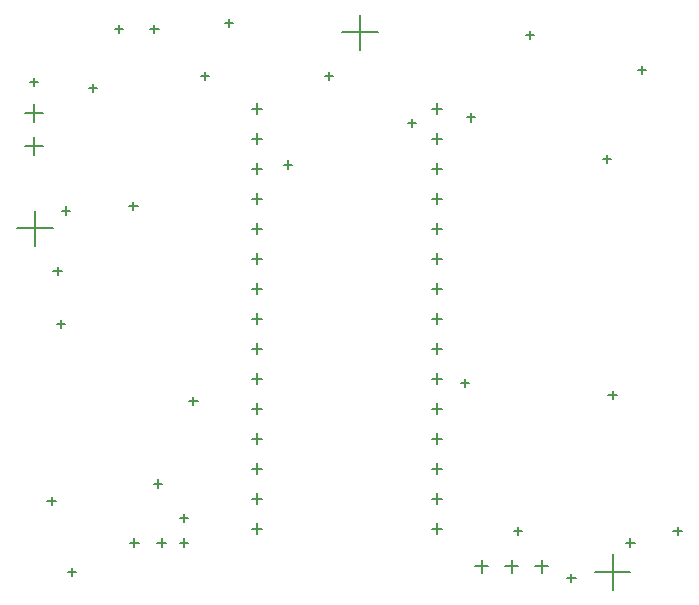
<source format=gbr>
G04*
G04 #@! TF.GenerationSoftware,Altium Limited,Altium Designer,24.6.1 (21)*
G04*
G04 Layer_Color=128*
%FSLAX25Y25*%
%MOIN*%
G70*
G04*
G04 #@! TF.SameCoordinates,FB6864B3-348A-4B3C-8FDE-2C751703143F*
G04*
G04*
G04 #@! TF.FilePolarity,Positive*
G04*
G01*
G75*
%ADD12C,0.00500*%
D12*
X56496Y21654D02*
X59252D01*
X57874Y20276D02*
Y23031D01*
X56496Y29921D02*
X59252D01*
X57874Y28543D02*
Y31299D01*
X4921Y153937D02*
X10827D01*
X7874Y150984D02*
Y156890D01*
X4921Y164961D02*
X10827D01*
X7874Y162008D02*
Y167913D01*
X2362Y126378D02*
X14173D01*
X8268Y120473D02*
Y132283D01*
X175000Y13780D02*
X179331D01*
X177165Y11614D02*
Y15945D01*
X165000Y13780D02*
X169331D01*
X167165Y11614D02*
Y15945D01*
X155000Y13780D02*
X159331D01*
X157165Y11614D02*
Y15945D01*
X80405Y166270D02*
X84004D01*
X82205Y164471D02*
Y168069D01*
X80405Y156270D02*
X84004D01*
X82205Y154471D02*
Y158069D01*
X80405Y146270D02*
X84004D01*
X82205Y144471D02*
Y148069D01*
X80405Y136270D02*
X84004D01*
X82205Y134470D02*
Y138069D01*
X80405Y126270D02*
X84004D01*
X82205Y124470D02*
Y128069D01*
X80405Y116270D02*
X84004D01*
X82205Y114471D02*
Y118069D01*
X80405Y106270D02*
X84004D01*
X82205Y104471D02*
Y108069D01*
X80405Y96270D02*
X84004D01*
X82205Y94471D02*
Y98069D01*
X80405Y86270D02*
X84004D01*
X82205Y84470D02*
Y88069D01*
X80405Y76270D02*
X84004D01*
X82205Y74471D02*
Y78069D01*
X80405Y66270D02*
X84004D01*
X82205Y64470D02*
Y68069D01*
X80405Y56270D02*
X84004D01*
X82205Y54470D02*
Y58069D01*
X80405Y46270D02*
X84004D01*
X82205Y44471D02*
Y48069D01*
X80405Y36270D02*
X84004D01*
X82205Y34470D02*
Y38069D01*
X80405Y26270D02*
X84004D01*
X82205Y24471D02*
Y28069D01*
X140405Y26270D02*
X144004D01*
X142205Y24471D02*
Y28069D01*
X140405Y36270D02*
X144004D01*
X142205Y34470D02*
Y38069D01*
X140405Y46270D02*
X144004D01*
X142205Y44471D02*
Y48069D01*
X140405Y56270D02*
X144004D01*
X142205Y54470D02*
Y58069D01*
X140405Y66270D02*
X144004D01*
X142205Y64470D02*
Y68069D01*
X140405Y76270D02*
X144004D01*
X142205Y74471D02*
Y78069D01*
X140405Y86270D02*
X144004D01*
X142205Y84470D02*
Y88069D01*
X140405Y96270D02*
X144004D01*
X142205Y94471D02*
Y98069D01*
X140405Y106270D02*
X144004D01*
X142205Y104471D02*
Y108069D01*
X140405Y116270D02*
X144004D01*
X142205Y114471D02*
Y118069D01*
X140405Y126270D02*
X144004D01*
X142205Y124470D02*
Y128069D01*
X140405Y136270D02*
X144004D01*
X142205Y134470D02*
Y138069D01*
X140405Y146270D02*
X144004D01*
X142205Y144471D02*
Y148069D01*
X140405Y156270D02*
X144004D01*
X142205Y154471D02*
Y158069D01*
X140405Y166270D02*
X144004D01*
X142205Y164471D02*
Y168069D01*
X110630Y191732D02*
X122441D01*
X116535Y185827D02*
Y197638D01*
X194882Y11811D02*
X206693D01*
X200787Y5906D02*
Y17717D01*
X48994Y21654D02*
X51794D01*
X50394Y20254D02*
Y23054D01*
X17104Y132283D02*
X19904D01*
X18504Y130884D02*
Y133684D01*
X199387Y70866D02*
X202187D01*
X200787Y69466D02*
Y72266D01*
X132458Y161417D02*
X135258D01*
X133858Y160017D02*
Y162817D01*
X104899Y177165D02*
X107699D01*
X106299Y175765D02*
Y178565D01*
X34821Y192913D02*
X37620D01*
X36220Y191513D02*
Y194313D01*
X46632Y192913D02*
X49431D01*
X48031Y191513D02*
Y194313D01*
X15529Y94488D02*
X18329D01*
X16929Y93088D02*
Y95888D01*
X19072Y11811D02*
X21872D01*
X20472Y10411D02*
Y13211D01*
X12380Y35433D02*
X15179D01*
X13780Y34033D02*
Y36833D01*
X197419Y149606D02*
X200219D01*
X198819Y148206D02*
Y151006D01*
X209230Y179134D02*
X212030D01*
X210630Y177734D02*
Y180534D01*
X185608Y9843D02*
X188408D01*
X187008Y8443D02*
Y11242D01*
X205293Y21654D02*
X208093D01*
X206693Y20254D02*
Y23054D01*
X152143Y163386D02*
X154943D01*
X153543Y161986D02*
Y164786D01*
X221041Y25591D02*
X223841D01*
X222441Y24191D02*
Y26991D01*
X150175Y74803D02*
X152975D01*
X151575Y73403D02*
Y76203D01*
X167891Y25591D02*
X170691D01*
X169291Y24191D02*
Y26991D01*
X14348Y112205D02*
X17148D01*
X15748Y110805D02*
Y113605D01*
X59624Y68898D02*
X62424D01*
X61024Y67498D02*
Y70298D01*
X47813Y41339D02*
X50613D01*
X49213Y39939D02*
Y42739D01*
X39939Y21654D02*
X42739D01*
X41339Y20254D02*
Y23054D01*
X63561Y177165D02*
X66361D01*
X64961Y175765D02*
Y178565D01*
X6474Y175197D02*
X9274D01*
X7874Y173797D02*
Y176597D01*
X26159Y173228D02*
X28959D01*
X27559Y171828D02*
Y174628D01*
X91120Y147638D02*
X93920D01*
X92520Y146238D02*
Y149038D01*
X39643Y133858D02*
X42443D01*
X41043Y132458D02*
Y135258D01*
X71435Y194882D02*
X74235D01*
X72835Y193482D02*
Y196282D01*
X171828Y190945D02*
X174628D01*
X173228Y189545D02*
Y192345D01*
M02*

</source>
